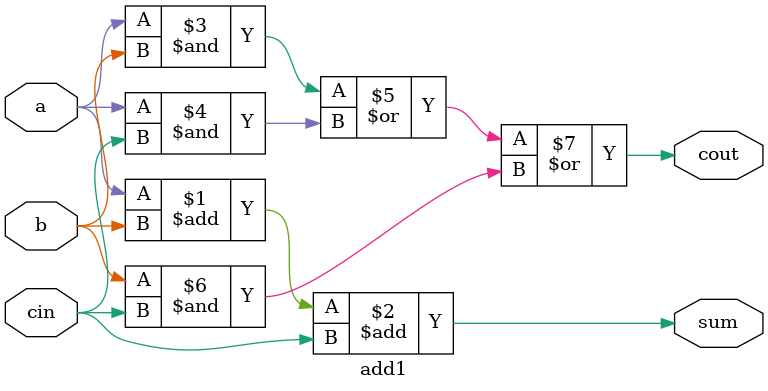
<source format=v>
module top_module (
    input [31:0] a,
    input [31:0] b,
    output [31:0] sum
);//
	wire carry,carry1;
    add16 addl ( .a(a[15:0]), .b(b[15:0]), .cin(1'b0), .cout(carry), .sum(sum[15:0] ) );
    add16 add2 ( .a(a[31:16] ), .b(b[31:16] ), .cin(carry), .cout(carry1), .sum(sum[31:16] ) );
endmodule

module add1 ( input a, input b, input cin,   output sum, output cout );

// Full adder module here
    assign sum = a + b + cin;
    assign cout = a&b | a&cin | b&cin;

endmodule



</source>
